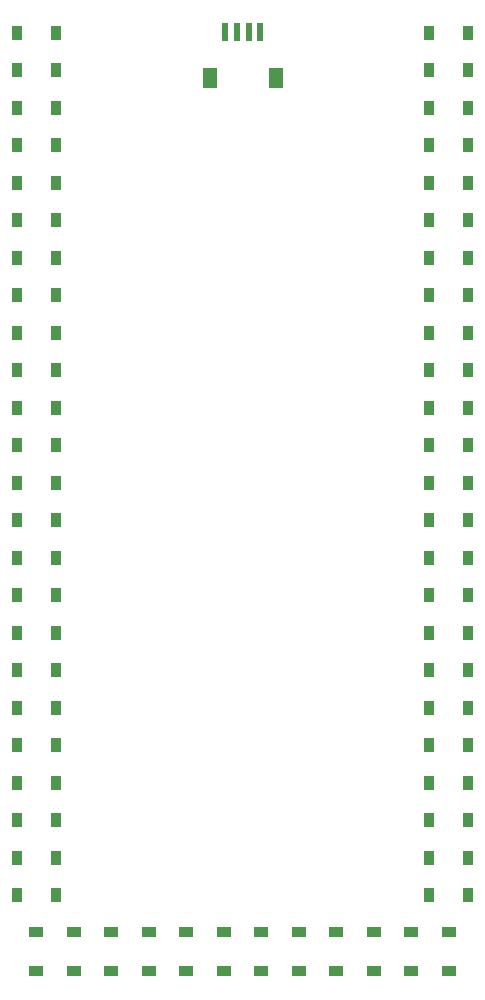
<source format=gbr>
G04 #@! TF.GenerationSoftware,KiCad,Pcbnew,(6.99.0-566-g22ff66f142)*
G04 #@! TF.CreationDate,2022-04-28T17:10:11+03:00*
G04 #@! TF.ProjectId,lumberjerk,6c756d62-6572-46a6-9572-6b2e6b696361,1.2*
G04 #@! TF.SameCoordinates,Original*
G04 #@! TF.FileFunction,Paste,Top*
G04 #@! TF.FilePolarity,Positive*
%FSLAX46Y46*%
G04 Gerber Fmt 4.6, Leading zero omitted, Abs format (unit mm)*
G04 Created by KiCad (PCBNEW (6.99.0-566-g22ff66f142)) date 2022-04-28 17:10:11*
%MOMM*%
%LPD*%
G01*
G04 APERTURE LIST*
%ADD10R,0.900000X1.200000*%
%ADD11R,1.200000X0.900000*%
%ADD12R,1.200000X1.800000*%
%ADD13R,0.600000X1.550000*%
G04 APERTURE END LIST*
D10*
X136587467Y-111918749D03*
X133287467Y-111918749D03*
D11*
X163512467Y-140431249D03*
X163512467Y-143731249D03*
D10*
X168212467Y-111918749D03*
X171512467Y-111918749D03*
D11*
X147637467Y-140431249D03*
X147637467Y-143731249D03*
D10*
X136587467Y-73818749D03*
X133287467Y-73818749D03*
X168212467Y-121443749D03*
X171512467Y-121443749D03*
X168212467Y-134143749D03*
X171512467Y-134143749D03*
X168212467Y-76993749D03*
X171512467Y-76993749D03*
X168212467Y-124618749D03*
X171512467Y-124618749D03*
D11*
X144462467Y-140431249D03*
X144462467Y-143731249D03*
D10*
X168212467Y-137318749D03*
X171512467Y-137318749D03*
X136587467Y-108743749D03*
X133287467Y-108743749D03*
X136587467Y-115093749D03*
X133287467Y-115093749D03*
X136587467Y-86518749D03*
X133287467Y-86518749D03*
X168212467Y-86518749D03*
X171512467Y-86518749D03*
X136587467Y-67468749D03*
X133287467Y-67468749D03*
D11*
X169862467Y-140431249D03*
X169862467Y-143731249D03*
X138112467Y-140431249D03*
X138112467Y-143731249D03*
D10*
X168212467Y-70643749D03*
X171512467Y-70643749D03*
X168212467Y-73818749D03*
X171512467Y-73818749D03*
X136587467Y-124618749D03*
X133287467Y-124618749D03*
X168212467Y-108743749D03*
X171512467Y-108743749D03*
X168212467Y-92868749D03*
X171512467Y-92868749D03*
X136587467Y-137318749D03*
X133287467Y-137318749D03*
X136587467Y-80168749D03*
X133287467Y-80168749D03*
X168212467Y-118268749D03*
X171512467Y-118268749D03*
X136587467Y-134143749D03*
X133287467Y-134143749D03*
X168212467Y-67468749D03*
X171512467Y-67468749D03*
X168212467Y-127793749D03*
X171512467Y-127793749D03*
X136587467Y-89693749D03*
X133287467Y-89693749D03*
X168212467Y-80168749D03*
X171512467Y-80168749D03*
D11*
X166687467Y-140431249D03*
X166687467Y-143731249D03*
X153987467Y-140431249D03*
X153987467Y-143731249D03*
D10*
X168212467Y-105568749D03*
X171512467Y-105568749D03*
X168212467Y-99218749D03*
X171512467Y-99218749D03*
X136587467Y-92868749D03*
X133287467Y-92868749D03*
X168212467Y-130968749D03*
X171512467Y-130968749D03*
X136587467Y-83343749D03*
X133287467Y-83343749D03*
X136587467Y-64293749D03*
X133287467Y-64293749D03*
X168212467Y-83343749D03*
X171512467Y-83343749D03*
X168212467Y-89693749D03*
X171512467Y-89693749D03*
X136587467Y-76993749D03*
X133287467Y-76993749D03*
D12*
X149599967Y-68156249D03*
X155199967Y-68156249D03*
D13*
X150899967Y-64281249D03*
X151899967Y-64281249D03*
X152899967Y-64281249D03*
X153899967Y-64281249D03*
D11*
X150812467Y-140431249D03*
X150812467Y-143731249D03*
X134937467Y-140431249D03*
X134937467Y-143731249D03*
D10*
X136587467Y-130968749D03*
X133287467Y-130968749D03*
X136587467Y-121443749D03*
X133287467Y-121443749D03*
X136587467Y-96043749D03*
X133287467Y-96043749D03*
D11*
X157162467Y-140431249D03*
X157162467Y-143731249D03*
D10*
X168212467Y-115093749D03*
X171512467Y-115093749D03*
X168212467Y-64293749D03*
X171512467Y-64293749D03*
X168212467Y-96043749D03*
X171512467Y-96043749D03*
D11*
X141287467Y-140431249D03*
X141287467Y-143731249D03*
X160337467Y-140431249D03*
X160337467Y-143731249D03*
D10*
X168212467Y-102393749D03*
X171512467Y-102393749D03*
X136587467Y-118268749D03*
X133287467Y-118268749D03*
X136587467Y-105568749D03*
X133287467Y-105568749D03*
X136587467Y-127793749D03*
X133287467Y-127793749D03*
X136587467Y-99218749D03*
X133287467Y-99218749D03*
X136587467Y-102393749D03*
X133287467Y-102393749D03*
X136587467Y-70643749D03*
X133287467Y-70643749D03*
M02*

</source>
